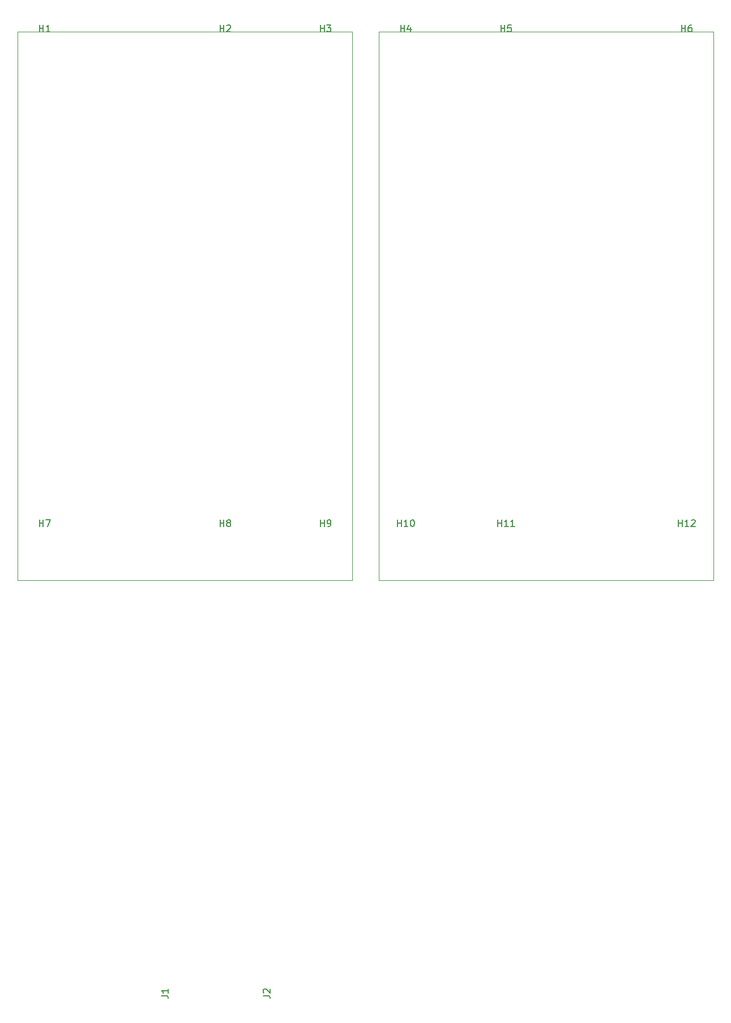
<source format=gto>
%TF.GenerationSoftware,KiCad,Pcbnew,(5.1.5-0)*%
%TF.CreationDate,2022-01-10T13:55:22-07:00*%
%TF.ProjectId,PCB_02,5043425f-3032-42e6-9b69-6361645f7063,rev?*%
%TF.SameCoordinates,Original*%
%TF.FileFunction,Legend,Top*%
%TF.FilePolarity,Positive*%
%FSLAX46Y46*%
G04 Gerber Fmt 4.6, Leading zero omitted, Abs format (unit mm)*
G04 Created by KiCad (PCBNEW (5.1.5-0)) date 2022-01-10 13:55:22*
%MOMM*%
%LPD*%
G04 APERTURE LIST*
%ADD10C,0.120000*%
%ADD11C,0.150000*%
G04 APERTURE END LIST*
D10*
X62000000Y-82000000D02*
X112000000Y-82000000D01*
X8000000Y-82000000D02*
X58000000Y-82000000D01*
X58000000Y0D02*
X8000000Y0D01*
X112000000Y0D02*
X62000000Y0D01*
X112000000Y0D02*
X112000000Y-82000000D01*
X62000000Y0D02*
X62000000Y-82000000D01*
X58000000Y0D02*
X58000000Y-82000000D01*
X8000000Y0D02*
X8000000Y-82000000D01*
%TO.C,H1*%
D11*
X11238095Y47619D02*
X11238095Y1047619D01*
X11238095Y571428D02*
X11809523Y571428D01*
X11809523Y47619D02*
X11809523Y1047619D01*
X12809523Y47619D02*
X12238095Y47619D01*
X12523809Y47619D02*
X12523809Y1047619D01*
X12428571Y904761D01*
X12333333Y809523D01*
X12238095Y761904D01*
%TO.C,H2*%
X38238095Y47619D02*
X38238095Y1047619D01*
X38238095Y571428D02*
X38809523Y571428D01*
X38809523Y47619D02*
X38809523Y1047619D01*
X39238095Y952380D02*
X39285714Y1000000D01*
X39380952Y1047619D01*
X39619047Y1047619D01*
X39714285Y1000000D01*
X39761904Y952380D01*
X39809523Y857142D01*
X39809523Y761904D01*
X39761904Y619047D01*
X39190476Y47619D01*
X39809523Y47619D01*
%TO.C,H3*%
X53238095Y47619D02*
X53238095Y1047619D01*
X53238095Y571428D02*
X53809523Y571428D01*
X53809523Y47619D02*
X53809523Y1047619D01*
X54190476Y1047619D02*
X54809523Y1047619D01*
X54476190Y666666D01*
X54619047Y666666D01*
X54714285Y619047D01*
X54761904Y571428D01*
X54809523Y476190D01*
X54809523Y238095D01*
X54761904Y142857D01*
X54714285Y95238D01*
X54619047Y47619D01*
X54333333Y47619D01*
X54238095Y95238D01*
X54190476Y142857D01*
%TO.C,H4*%
X65238095Y47619D02*
X65238095Y1047619D01*
X65238095Y571428D02*
X65809523Y571428D01*
X65809523Y47619D02*
X65809523Y1047619D01*
X66714285Y714285D02*
X66714285Y47619D01*
X66476190Y1095238D02*
X66238095Y380952D01*
X66857142Y380952D01*
%TO.C,H5*%
X80238095Y47619D02*
X80238095Y1047619D01*
X80238095Y571428D02*
X80809523Y571428D01*
X80809523Y47619D02*
X80809523Y1047619D01*
X81761904Y1047619D02*
X81285714Y1047619D01*
X81238095Y571428D01*
X81285714Y619047D01*
X81380952Y666666D01*
X81619047Y666666D01*
X81714285Y619047D01*
X81761904Y571428D01*
X81809523Y476190D01*
X81809523Y238095D01*
X81761904Y142857D01*
X81714285Y95238D01*
X81619047Y47619D01*
X81380952Y47619D01*
X81285714Y95238D01*
X81238095Y142857D01*
%TO.C,H6*%
X107238095Y47619D02*
X107238095Y1047619D01*
X107238095Y571428D02*
X107809523Y571428D01*
X107809523Y47619D02*
X107809523Y1047619D01*
X108714285Y1047619D02*
X108523809Y1047619D01*
X108428571Y1000000D01*
X108380952Y952380D01*
X108285714Y809523D01*
X108238095Y619047D01*
X108238095Y238095D01*
X108285714Y142857D01*
X108333333Y95238D01*
X108428571Y47619D01*
X108619047Y47619D01*
X108714285Y95238D01*
X108761904Y142857D01*
X108809523Y238095D01*
X108809523Y476190D01*
X108761904Y571428D01*
X108714285Y619047D01*
X108619047Y666666D01*
X108428571Y666666D01*
X108333333Y619047D01*
X108285714Y571428D01*
X108238095Y476190D01*
%TO.C,H7*%
X11238095Y-73952380D02*
X11238095Y-72952380D01*
X11238095Y-73428571D02*
X11809523Y-73428571D01*
X11809523Y-73952380D02*
X11809523Y-72952380D01*
X12190476Y-72952380D02*
X12857142Y-72952380D01*
X12428571Y-73952380D01*
%TO.C,H8*%
X38238095Y-73952380D02*
X38238095Y-72952380D01*
X38238095Y-73428571D02*
X38809523Y-73428571D01*
X38809523Y-73952380D02*
X38809523Y-72952380D01*
X39428571Y-73380952D02*
X39333333Y-73333333D01*
X39285714Y-73285714D01*
X39238095Y-73190476D01*
X39238095Y-73142857D01*
X39285714Y-73047619D01*
X39333333Y-73000000D01*
X39428571Y-72952380D01*
X39619047Y-72952380D01*
X39714285Y-73000000D01*
X39761904Y-73047619D01*
X39809523Y-73142857D01*
X39809523Y-73190476D01*
X39761904Y-73285714D01*
X39714285Y-73333333D01*
X39619047Y-73380952D01*
X39428571Y-73380952D01*
X39333333Y-73428571D01*
X39285714Y-73476190D01*
X39238095Y-73571428D01*
X39238095Y-73761904D01*
X39285714Y-73857142D01*
X39333333Y-73904761D01*
X39428571Y-73952380D01*
X39619047Y-73952380D01*
X39714285Y-73904761D01*
X39761904Y-73857142D01*
X39809523Y-73761904D01*
X39809523Y-73571428D01*
X39761904Y-73476190D01*
X39714285Y-73428571D01*
X39619047Y-73380952D01*
%TO.C,H9*%
X53238095Y-73952380D02*
X53238095Y-72952380D01*
X53238095Y-73428571D02*
X53809523Y-73428571D01*
X53809523Y-73952380D02*
X53809523Y-72952380D01*
X54333333Y-73952380D02*
X54523809Y-73952380D01*
X54619047Y-73904761D01*
X54666666Y-73857142D01*
X54761904Y-73714285D01*
X54809523Y-73523809D01*
X54809523Y-73142857D01*
X54761904Y-73047619D01*
X54714285Y-73000000D01*
X54619047Y-72952380D01*
X54428571Y-72952380D01*
X54333333Y-73000000D01*
X54285714Y-73047619D01*
X54238095Y-73142857D01*
X54238095Y-73380952D01*
X54285714Y-73476190D01*
X54333333Y-73523809D01*
X54428571Y-73571428D01*
X54619047Y-73571428D01*
X54714285Y-73523809D01*
X54761904Y-73476190D01*
X54809523Y-73380952D01*
%TO.C,H10*%
X64761904Y-73952380D02*
X64761904Y-72952380D01*
X64761904Y-73428571D02*
X65333333Y-73428571D01*
X65333333Y-73952380D02*
X65333333Y-72952380D01*
X66333333Y-73952380D02*
X65761904Y-73952380D01*
X66047619Y-73952380D02*
X66047619Y-72952380D01*
X65952380Y-73095238D01*
X65857142Y-73190476D01*
X65761904Y-73238095D01*
X66952380Y-72952380D02*
X67047619Y-72952380D01*
X67142857Y-73000000D01*
X67190476Y-73047619D01*
X67238095Y-73142857D01*
X67285714Y-73333333D01*
X67285714Y-73571428D01*
X67238095Y-73761904D01*
X67190476Y-73857142D01*
X67142857Y-73904761D01*
X67047619Y-73952380D01*
X66952380Y-73952380D01*
X66857142Y-73904761D01*
X66809523Y-73857142D01*
X66761904Y-73761904D01*
X66714285Y-73571428D01*
X66714285Y-73333333D01*
X66761904Y-73142857D01*
X66809523Y-73047619D01*
X66857142Y-73000000D01*
X66952380Y-72952380D01*
%TO.C,H11*%
X79761904Y-73952380D02*
X79761904Y-72952380D01*
X79761904Y-73428571D02*
X80333333Y-73428571D01*
X80333333Y-73952380D02*
X80333333Y-72952380D01*
X81333333Y-73952380D02*
X80761904Y-73952380D01*
X81047619Y-73952380D02*
X81047619Y-72952380D01*
X80952380Y-73095238D01*
X80857142Y-73190476D01*
X80761904Y-73238095D01*
X82285714Y-73952380D02*
X81714285Y-73952380D01*
X82000000Y-73952380D02*
X82000000Y-72952380D01*
X81904761Y-73095238D01*
X81809523Y-73190476D01*
X81714285Y-73238095D01*
%TO.C,H12*%
X106761904Y-73952380D02*
X106761904Y-72952380D01*
X106761904Y-73428571D02*
X107333333Y-73428571D01*
X107333333Y-73952380D02*
X107333333Y-72952380D01*
X108333333Y-73952380D02*
X107761904Y-73952380D01*
X108047619Y-73952380D02*
X108047619Y-72952380D01*
X107952380Y-73095238D01*
X107857142Y-73190476D01*
X107761904Y-73238095D01*
X108714285Y-73047619D02*
X108761904Y-73000000D01*
X108857142Y-72952380D01*
X109095238Y-72952380D01*
X109190476Y-73000000D01*
X109238095Y-73047619D01*
X109285714Y-73142857D01*
X109285714Y-73238095D01*
X109238095Y-73380952D01*
X108666666Y-73952380D01*
X109285714Y-73952380D01*
%TO.C,J1*%
X29454380Y-144113333D02*
X30168666Y-144113333D01*
X30311523Y-144160952D01*
X30406761Y-144256190D01*
X30454380Y-144399047D01*
X30454380Y-144494285D01*
X30454380Y-143113333D02*
X30454380Y-143684761D01*
X30454380Y-143399047D02*
X29454380Y-143399047D01*
X29597238Y-143494285D01*
X29692476Y-143589523D01*
X29740095Y-143684761D01*
%TO.C,J2*%
X44694380Y-144113333D02*
X45408666Y-144113333D01*
X45551523Y-144160952D01*
X45646761Y-144256190D01*
X45694380Y-144399047D01*
X45694380Y-144494285D01*
X44789619Y-143684761D02*
X44742000Y-143637142D01*
X44694380Y-143541904D01*
X44694380Y-143303809D01*
X44742000Y-143208571D01*
X44789619Y-143160952D01*
X44884857Y-143113333D01*
X44980095Y-143113333D01*
X45122952Y-143160952D01*
X45694380Y-143732380D01*
X45694380Y-143113333D01*
%TD*%
M02*

</source>
